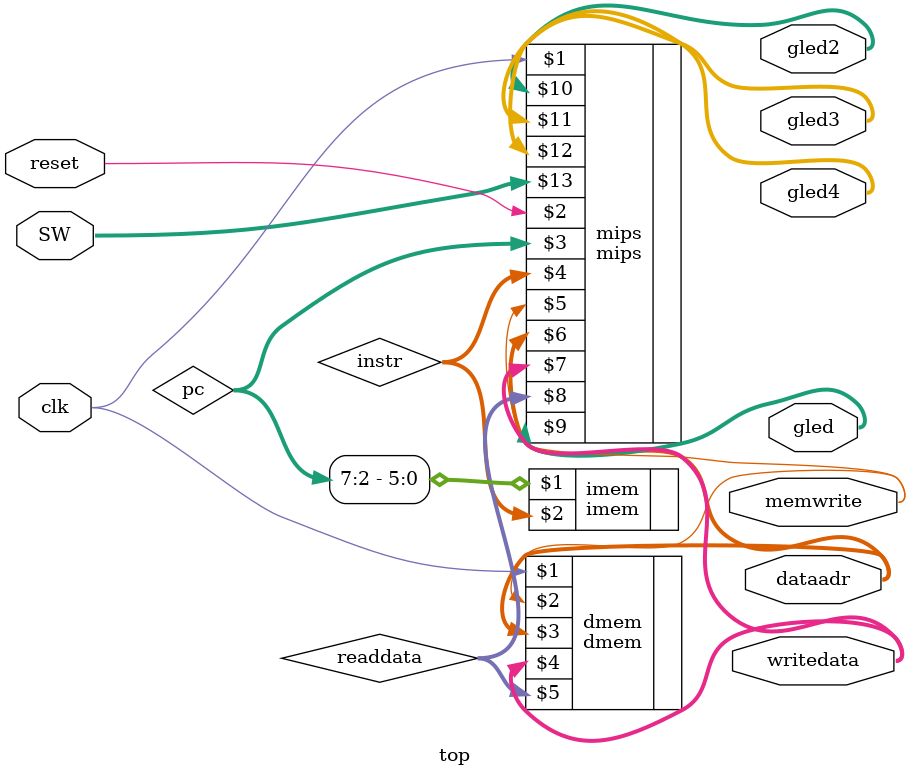
<source format=sv>
module top (input logic clk, reset, output logic[31:0] writedata, dataadr, output logic memwrite,
				output logic[6:0] gled, gled2, gled3, gled4, input logic[4:0] SW);

	logic [31:0] pc, instr, readdata;

	// instantiate processor and memories
	mips mips (clk, reset, pc, instr, memwrite, dataadr, writedata, readdata, gled, gled2, gled3, gled4, SW);

	imem imem (pc[7:2], instr);

	dmem dmem (clk, memwrite, dataadr, writedata, readdata);

endmodule
</source>
